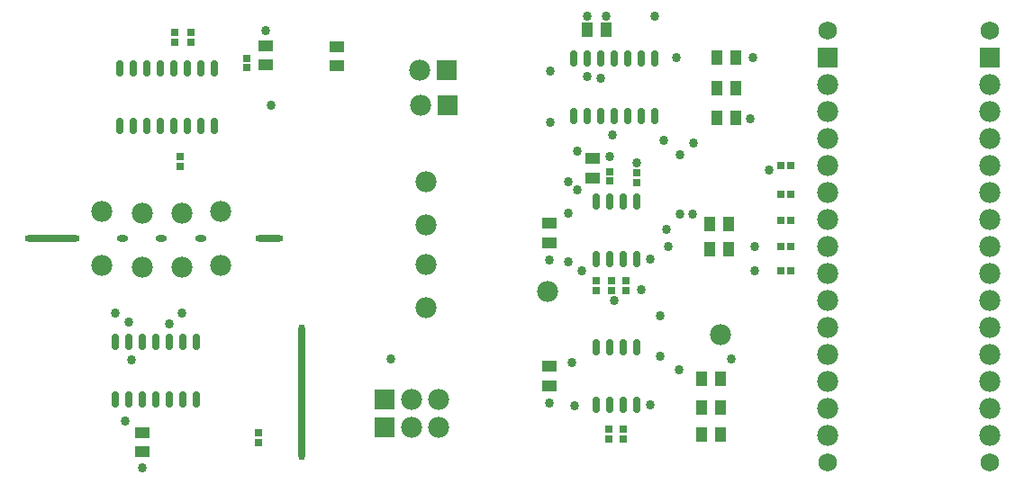
<source format=gts>
G04 Layer_Color=8388736*
%FSLAX25Y25*%
%MOIN*%
G70*
G01*
G75*
%ADD33O,0.02762X0.06109*%
%ADD34R,0.04337X0.05715*%
%ADD35R,0.05715X0.04337*%
%ADD36R,0.02565X0.02565*%
%ADD37R,0.02565X0.02565*%
%ADD38R,0.07800X0.07800*%
%ADD39C,0.07800*%
%ADD40R,0.07800X0.07800*%
%ADD41O,0.04337X0.02368*%
%ADD42O,0.02368X0.50400*%
%ADD43C,0.06900*%
%ADD44O,0.10400X0.02368*%
%ADD45O,0.20400X0.02368*%
%ADD46C,0.03400*%
D33*
X228500Y161728D02*
D03*
X223500D02*
D03*
X218500D02*
D03*
X213500D02*
D03*
X208500D02*
D03*
X203500D02*
D03*
X198500D02*
D03*
X228500Y140272D02*
D03*
X223500D02*
D03*
X218500D02*
D03*
X213500D02*
D03*
X208500D02*
D03*
X203500D02*
D03*
X198500D02*
D03*
X222000Y108728D02*
D03*
X217000D02*
D03*
X212000D02*
D03*
X207000D02*
D03*
X222000Y87272D02*
D03*
X217000D02*
D03*
X212000D02*
D03*
X207000D02*
D03*
X222000Y54728D02*
D03*
X217000D02*
D03*
X212000D02*
D03*
X207000D02*
D03*
X222000Y33272D02*
D03*
X217000D02*
D03*
X212000D02*
D03*
X207000D02*
D03*
X65500Y158000D02*
D03*
X60500D02*
D03*
X55500D02*
D03*
X50500D02*
D03*
X45500D02*
D03*
X40500D02*
D03*
X35500D02*
D03*
X30500D02*
D03*
X65500Y136543D02*
D03*
X60500D02*
D03*
X55500D02*
D03*
X50500D02*
D03*
X45500D02*
D03*
X40500D02*
D03*
X35500D02*
D03*
X30500D02*
D03*
X59000Y56728D02*
D03*
X54000D02*
D03*
X49000D02*
D03*
X44000D02*
D03*
X39000D02*
D03*
X34000D02*
D03*
X29000D02*
D03*
X59000Y35272D02*
D03*
X54000D02*
D03*
X49000D02*
D03*
X44000D02*
D03*
X39000D02*
D03*
X34000D02*
D03*
X29000D02*
D03*
D34*
X256000Y100500D02*
D03*
X248913D02*
D03*
X253043Y43000D02*
D03*
X245957D02*
D03*
X253043Y32500D02*
D03*
X245957D02*
D03*
X248913Y91000D02*
D03*
X256000D02*
D03*
X258543Y162000D02*
D03*
X251457D02*
D03*
X258543Y150800D02*
D03*
X251457D02*
D03*
Y139600D02*
D03*
X258543D02*
D03*
X253043Y22500D02*
D03*
X245957D02*
D03*
X210587Y172500D02*
D03*
X203500D02*
D03*
D35*
X39000Y15957D02*
D03*
Y23043D02*
D03*
X111000Y166043D02*
D03*
Y158957D02*
D03*
X205500Y124543D02*
D03*
Y117457D02*
D03*
X189500Y93500D02*
D03*
Y100587D02*
D03*
Y40500D02*
D03*
Y47587D02*
D03*
X84500Y166500D02*
D03*
Y159413D02*
D03*
D36*
X53000Y125272D02*
D03*
Y121728D02*
D03*
X51000Y171272D02*
D03*
Y167728D02*
D03*
X57000Y171272D02*
D03*
Y167728D02*
D03*
X82000Y23000D02*
D03*
Y19457D02*
D03*
X211500Y20728D02*
D03*
Y24272D02*
D03*
X218000Y79272D02*
D03*
Y75728D02*
D03*
X207000Y79272D02*
D03*
Y75728D02*
D03*
X217000Y20728D02*
D03*
Y24272D02*
D03*
X212500Y79272D02*
D03*
Y75728D02*
D03*
X212000Y119772D02*
D03*
Y116228D02*
D03*
X222000Y115728D02*
D03*
Y119272D02*
D03*
X77500Y158228D02*
D03*
Y161772D02*
D03*
D37*
X275228Y122000D02*
D03*
X278772D02*
D03*
X275228Y83000D02*
D03*
X278772D02*
D03*
X275228Y101833D02*
D03*
X278772D02*
D03*
Y111500D02*
D03*
X275228D02*
D03*
X275228Y92000D02*
D03*
X278772D02*
D03*
D38*
X352500Y162000D02*
D03*
X292500D02*
D03*
D39*
X352500Y152000D02*
D03*
Y142000D02*
D03*
Y132000D02*
D03*
Y122000D02*
D03*
Y112000D02*
D03*
Y102000D02*
D03*
Y92000D02*
D03*
Y82000D02*
D03*
Y72000D02*
D03*
Y62000D02*
D03*
Y52000D02*
D03*
Y42000D02*
D03*
Y32000D02*
D03*
Y22000D02*
D03*
X292500Y152000D02*
D03*
Y142000D02*
D03*
Y132000D02*
D03*
Y122000D02*
D03*
Y112000D02*
D03*
Y102000D02*
D03*
Y92000D02*
D03*
Y82000D02*
D03*
Y72000D02*
D03*
Y62000D02*
D03*
Y52000D02*
D03*
Y42000D02*
D03*
Y32000D02*
D03*
Y22000D02*
D03*
X39000Y84500D02*
D03*
Y104500D02*
D03*
X53500D02*
D03*
Y84500D02*
D03*
X24000Y105000D02*
D03*
Y85000D02*
D03*
X68000Y105000D02*
D03*
Y85000D02*
D03*
X148500Y25000D02*
D03*
X138500D02*
D03*
X142000Y144500D02*
D03*
X141500Y157500D02*
D03*
X144000Y116000D02*
D03*
Y100000D02*
D03*
Y85500D02*
D03*
X253000Y59500D02*
D03*
X189000Y75500D02*
D03*
X144000Y69500D02*
D03*
X148500Y35500D02*
D03*
X138500D02*
D03*
D40*
X128500Y25000D02*
D03*
X152000Y144500D02*
D03*
X151500Y157500D02*
D03*
X128500Y35500D02*
D03*
D41*
X31500Y95000D02*
D03*
X46000D02*
D03*
X60500D02*
D03*
D42*
X98000Y38000D02*
D03*
D43*
X352500Y12000D02*
D03*
X292500D02*
D03*
Y172000D02*
D03*
X352500D02*
D03*
D44*
X86000Y95000D02*
D03*
D45*
X5500D02*
D03*
D46*
X86500Y144500D02*
D03*
X34000Y64000D02*
D03*
X49000Y63500D02*
D03*
X131000Y50500D02*
D03*
X212000Y125500D02*
D03*
X227000Y33500D02*
D03*
X199000Y33000D02*
D03*
X232000Y131500D02*
D03*
X190000Y157000D02*
D03*
X198000Y49000D02*
D03*
X237500Y46500D02*
D03*
X242500Y104000D02*
D03*
X228500Y177500D02*
D03*
X196500Y116000D02*
D03*
Y104500D02*
D03*
Y86500D02*
D03*
X213500Y72000D02*
D03*
X227000Y87272D02*
D03*
X233500Y92000D02*
D03*
X233000Y98500D02*
D03*
X265000Y162000D02*
D03*
X200000Y113000D02*
D03*
Y127500D02*
D03*
X265500Y83000D02*
D03*
Y92000D02*
D03*
X257000Y50500D02*
D03*
X223500Y76000D02*
D03*
X201500Y83000D02*
D03*
X190000Y138000D02*
D03*
X264000Y139500D02*
D03*
X222000Y123000D02*
D03*
X238000Y126000D02*
D03*
X243000Y130500D02*
D03*
X84500Y172000D02*
D03*
X39000Y10000D02*
D03*
X203500Y177500D02*
D03*
X271000Y120500D02*
D03*
X203500Y155000D02*
D03*
X208500Y154500D02*
D03*
X189500Y34000D02*
D03*
Y87000D02*
D03*
X210500Y177500D02*
D03*
X230500Y66500D02*
D03*
Y51500D02*
D03*
X213000Y133500D02*
D03*
X236500Y162000D02*
D03*
X238000Y104000D02*
D03*
X32500Y27500D02*
D03*
X35000Y50000D02*
D03*
X29000Y67500D02*
D03*
X53500D02*
D03*
M02*

</source>
